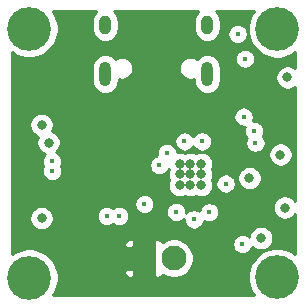
<source format=gbr>
%TF.GenerationSoftware,KiCad,Pcbnew,(5.1.7-0-10_14)*%
%TF.CreationDate,2020-10-21T07:28:03+08:00*%
%TF.ProjectId,STUSB4500_Breakout,53545553-4234-4353-9030-5f427265616b,rev?*%
%TF.SameCoordinates,Original*%
%TF.FileFunction,Copper,L3,Inr*%
%TF.FilePolarity,Positive*%
%FSLAX46Y46*%
G04 Gerber Fmt 4.6, Leading zero omitted, Abs format (unit mm)*
G04 Created by KiCad (PCBNEW (5.1.7-0-10_14)) date 2020-10-21 07:28:03*
%MOMM*%
%LPD*%
G01*
G04 APERTURE LIST*
%TA.AperFunction,ComponentPad*%
%ADD10O,1.000000X2.100000*%
%TD*%
%TA.AperFunction,ComponentPad*%
%ADD11O,1.000000X1.600000*%
%TD*%
%TA.AperFunction,ComponentPad*%
%ADD12C,3.700000*%
%TD*%
%TA.AperFunction,ComponentPad*%
%ADD13R,2.100000X2.100000*%
%TD*%
%TA.AperFunction,ComponentPad*%
%ADD14C,2.100000*%
%TD*%
%TA.AperFunction,ViaPad*%
%ADD15C,0.800000*%
%TD*%
%TA.AperFunction,ViaPad*%
%ADD16C,0.450000*%
%TD*%
%TA.AperFunction,Conductor*%
%ADD17C,0.254000*%
%TD*%
%TA.AperFunction,Conductor*%
%ADD18C,0.100000*%
%TD*%
G04 APERTURE END LIST*
D10*
%TO.N,GND*%
%TO.C,J1*%
X126020000Y-42505000D03*
X117380000Y-42505000D03*
D11*
X126020000Y-38325000D03*
X117380000Y-38325000D03*
%TD*%
D12*
%TO.N,GND*%
%TO.C,H4*%
X131960000Y-59700000D03*
%TD*%
%TO.N,GND*%
%TO.C,H3*%
X110960000Y-59750000D03*
%TD*%
%TO.N,GND*%
%TO.C,H2*%
X131960000Y-38700000D03*
%TD*%
%TO.N,GND*%
%TO.C,H1*%
X110950000Y-38650000D03*
%TD*%
D13*
%TO.N,VSNK*%
%TO.C,J4*%
X120660000Y-58100000D03*
D14*
%TO.N,GND*%
X123200000Y-58100000D03*
%TD*%
D15*
%TO.N,VSNK*%
X119800000Y-47600000D03*
X119000000Y-47600000D03*
X120600000Y-47600000D03*
X120600000Y-48400000D03*
X119800000Y-48400000D03*
X119000000Y-48400000D03*
X119000000Y-49200000D03*
X119800000Y-49200000D03*
X120600000Y-49200000D03*
X121400000Y-47600000D03*
X118200000Y-47600000D03*
X111600000Y-44500000D03*
%TO.N,GND*%
X123700000Y-50100000D03*
X124600000Y-50100000D03*
X125500000Y-50100000D03*
X123700000Y-51000000D03*
X124600000Y-51000000D03*
X125500000Y-51000000D03*
X124600000Y-51900000D03*
X125500000Y-51900000D03*
X123700000Y-51900000D03*
X112000000Y-46799994D03*
X132600000Y-53800006D03*
X129600000Y-51300000D03*
X112000000Y-54700000D03*
%TO.N,VCC*%
X130599999Y-56400001D03*
X132223078Y-49323080D03*
X112600000Y-48299996D03*
X132812500Y-42787506D03*
D16*
%TO.N,CC1*%
X125600000Y-48200000D03*
X129225010Y-41200000D03*
%TO.N,CC2*%
X124100000Y-48200000D03*
X128600004Y-39100000D03*
%TO.N,SDA*%
X121966939Y-50224990D03*
X112899992Y-49900000D03*
X130110208Y-48310210D03*
%TO.N,SCL*%
X122600000Y-49200000D03*
X129974990Y-47300000D03*
X112900000Y-50700000D03*
%TO.N,ATTACH*%
X120700000Y-53499998D03*
%TO.N,ALERT*%
X129000000Y-56900000D03*
%TO.N,GPIO*%
X124900014Y-54800000D03*
%TO.N,Net-(R8-Pad1)*%
X126200000Y-54199996D03*
X129100000Y-46100000D03*
%TO.N,PDO3*%
X123400000Y-54174990D03*
X117513022Y-54528478D03*
%TO.N,PDO2*%
X127585011Y-51772511D03*
X118570172Y-54501461D03*
%TD*%
D17*
%TO.N,VSNK*%
X116573552Y-37218551D02*
X116431717Y-37391377D01*
X116326324Y-37588553D01*
X116261423Y-37802501D01*
X116245000Y-37969248D01*
X116245000Y-38680751D01*
X116261423Y-38847498D01*
X116326324Y-39061446D01*
X116431716Y-39258623D01*
X116573551Y-39431449D01*
X116746377Y-39573284D01*
X116943553Y-39678676D01*
X117157501Y-39743577D01*
X117380000Y-39765491D01*
X117602498Y-39743577D01*
X117816446Y-39678676D01*
X118013623Y-39573284D01*
X118186449Y-39431449D01*
X118328284Y-39258623D01*
X118433676Y-39061447D01*
X118498577Y-38847499D01*
X118515000Y-38680752D01*
X118515000Y-37969249D01*
X118498577Y-37802502D01*
X118433676Y-37588554D01*
X118328284Y-37391377D01*
X118186449Y-37218551D01*
X118115105Y-37160000D01*
X125284896Y-37160000D01*
X125213552Y-37218551D01*
X125071717Y-37391377D01*
X124966324Y-37588553D01*
X124901423Y-37802501D01*
X124885000Y-37969248D01*
X124885000Y-38680751D01*
X124901423Y-38847498D01*
X124966324Y-39061446D01*
X125071716Y-39258623D01*
X125213551Y-39431449D01*
X125386377Y-39573284D01*
X125583553Y-39678676D01*
X125797501Y-39743577D01*
X126020000Y-39765491D01*
X126242498Y-39743577D01*
X126456446Y-39678676D01*
X126653623Y-39573284D01*
X126826449Y-39431449D01*
X126968284Y-39258623D01*
X127073676Y-39061447D01*
X127087675Y-39015297D01*
X127740004Y-39015297D01*
X127740004Y-39184703D01*
X127773053Y-39350853D01*
X127837882Y-39507363D01*
X127931999Y-39648218D01*
X128051786Y-39768005D01*
X128192641Y-39862122D01*
X128349151Y-39926951D01*
X128515301Y-39960000D01*
X128684707Y-39960000D01*
X128850857Y-39926951D01*
X129007367Y-39862122D01*
X129148222Y-39768005D01*
X129268009Y-39648218D01*
X129362126Y-39507363D01*
X129426955Y-39350853D01*
X129460004Y-39184703D01*
X129460004Y-39015297D01*
X129426955Y-38849147D01*
X129362126Y-38692637D01*
X129268009Y-38551782D01*
X129148222Y-38431995D01*
X129007367Y-38337878D01*
X128850857Y-38273049D01*
X128684707Y-38240000D01*
X128515301Y-38240000D01*
X128349151Y-38273049D01*
X128192641Y-38337878D01*
X128051786Y-38431995D01*
X127931999Y-38551782D01*
X127837882Y-38692637D01*
X127773053Y-38849147D01*
X127740004Y-39015297D01*
X127087675Y-39015297D01*
X127138577Y-38847499D01*
X127155000Y-38680752D01*
X127155000Y-37969249D01*
X127138577Y-37802502D01*
X127073676Y-37588554D01*
X126968284Y-37391377D01*
X126826449Y-37218551D01*
X126755105Y-37160000D01*
X130000311Y-37160000D01*
X129757821Y-37522911D01*
X129570497Y-37975152D01*
X129475000Y-38455249D01*
X129475000Y-38944751D01*
X129570497Y-39424848D01*
X129757821Y-39877089D01*
X130029774Y-40284095D01*
X130375905Y-40630226D01*
X130782911Y-40902179D01*
X131235152Y-41089503D01*
X131715249Y-41185000D01*
X132204751Y-41185000D01*
X132684848Y-41089503D01*
X133137089Y-40902179D01*
X133500000Y-40659689D01*
X133500000Y-42011295D01*
X133472274Y-41983569D01*
X133302756Y-41870301D01*
X133114398Y-41792280D01*
X132914439Y-41752506D01*
X132710561Y-41752506D01*
X132510602Y-41792280D01*
X132322244Y-41870301D01*
X132152726Y-41983569D01*
X132008563Y-42127732D01*
X131895295Y-42297250D01*
X131817274Y-42485608D01*
X131777500Y-42685567D01*
X131777500Y-42889445D01*
X131817274Y-43089404D01*
X131895295Y-43277762D01*
X132008563Y-43447280D01*
X132152726Y-43591443D01*
X132322244Y-43704711D01*
X132510602Y-43782732D01*
X132710561Y-43822506D01*
X132914439Y-43822506D01*
X133114398Y-43782732D01*
X133302756Y-43704711D01*
X133472274Y-43591443D01*
X133500000Y-43563717D01*
X133500001Y-53284002D01*
X133403937Y-53140232D01*
X133259774Y-52996069D01*
X133090256Y-52882801D01*
X132901898Y-52804780D01*
X132701939Y-52765006D01*
X132498061Y-52765006D01*
X132298102Y-52804780D01*
X132109744Y-52882801D01*
X131940226Y-52996069D01*
X131796063Y-53140232D01*
X131682795Y-53309750D01*
X131604774Y-53498108D01*
X131565000Y-53698067D01*
X131565000Y-53901945D01*
X131604774Y-54101904D01*
X131682795Y-54290262D01*
X131796063Y-54459780D01*
X131940226Y-54603943D01*
X132109744Y-54717211D01*
X132298102Y-54795232D01*
X132498061Y-54835006D01*
X132701939Y-54835006D01*
X132901898Y-54795232D01*
X133090256Y-54717211D01*
X133259774Y-54603943D01*
X133403937Y-54459780D01*
X133500001Y-54316010D01*
X133500001Y-57740311D01*
X133137089Y-57497821D01*
X132684848Y-57310497D01*
X132204751Y-57215000D01*
X131715249Y-57215000D01*
X131235152Y-57310497D01*
X130782911Y-57497821D01*
X130375905Y-57769774D01*
X130029774Y-58115905D01*
X129757821Y-58522911D01*
X129570497Y-58975152D01*
X129475000Y-59455249D01*
X129475000Y-59944751D01*
X129570497Y-60424848D01*
X129757821Y-60877089D01*
X130000311Y-61240000D01*
X112953098Y-61240000D01*
X113162179Y-60927089D01*
X113349503Y-60474848D01*
X113445000Y-59994751D01*
X113445000Y-59505249D01*
X113374337Y-59150000D01*
X118971928Y-59150000D01*
X118984188Y-59274482D01*
X119020498Y-59394180D01*
X119079463Y-59504494D01*
X119158815Y-59601185D01*
X119255506Y-59680537D01*
X119365820Y-59739502D01*
X119485518Y-59775812D01*
X119610000Y-59788072D01*
X119628250Y-59785000D01*
X119787000Y-59626250D01*
X119787000Y-58973000D01*
X119133750Y-58973000D01*
X118975000Y-59131750D01*
X118971928Y-59150000D01*
X113374337Y-59150000D01*
X113349503Y-59025152D01*
X113162179Y-58572911D01*
X112890226Y-58165905D01*
X112658363Y-57934042D01*
X121515000Y-57934042D01*
X121515000Y-58265958D01*
X121553000Y-58456996D01*
X121553000Y-58973000D01*
X121533000Y-58973000D01*
X121533000Y-59626250D01*
X121691750Y-59785000D01*
X121710000Y-59788072D01*
X121834482Y-59775812D01*
X121954180Y-59739502D01*
X122064494Y-59680537D01*
X122161185Y-59601185D01*
X122240537Y-59504494D01*
X122248042Y-59490454D01*
X122401853Y-59593228D01*
X122708504Y-59720246D01*
X123034042Y-59785000D01*
X123365958Y-59785000D01*
X123691496Y-59720246D01*
X123998147Y-59593228D01*
X124274125Y-59408825D01*
X124508825Y-59174125D01*
X124693228Y-58898147D01*
X124820246Y-58591496D01*
X124885000Y-58265958D01*
X124885000Y-57934042D01*
X124820246Y-57608504D01*
X124693228Y-57301853D01*
X124508825Y-57025875D01*
X124298247Y-56815297D01*
X128140000Y-56815297D01*
X128140000Y-56984703D01*
X128173049Y-57150853D01*
X128237878Y-57307363D01*
X128331995Y-57448218D01*
X128451782Y-57568005D01*
X128592637Y-57662122D01*
X128749147Y-57726951D01*
X128915297Y-57760000D01*
X129084703Y-57760000D01*
X129250853Y-57726951D01*
X129407363Y-57662122D01*
X129548218Y-57568005D01*
X129668005Y-57448218D01*
X129762122Y-57307363D01*
X129826951Y-57150853D01*
X129836937Y-57100650D01*
X129940225Y-57203938D01*
X130109743Y-57317206D01*
X130298101Y-57395227D01*
X130498060Y-57435001D01*
X130701938Y-57435001D01*
X130901897Y-57395227D01*
X131090255Y-57317206D01*
X131259773Y-57203938D01*
X131403936Y-57059775D01*
X131517204Y-56890257D01*
X131595225Y-56701899D01*
X131634999Y-56501940D01*
X131634999Y-56298062D01*
X131595225Y-56098103D01*
X131517204Y-55909745D01*
X131403936Y-55740227D01*
X131259773Y-55596064D01*
X131090255Y-55482796D01*
X130901897Y-55404775D01*
X130701938Y-55365001D01*
X130498060Y-55365001D01*
X130298101Y-55404775D01*
X130109743Y-55482796D01*
X129940225Y-55596064D01*
X129796062Y-55740227D01*
X129682794Y-55909745D01*
X129604773Y-56098103D01*
X129573176Y-56256953D01*
X129548218Y-56231995D01*
X129407363Y-56137878D01*
X129250853Y-56073049D01*
X129084703Y-56040000D01*
X128915297Y-56040000D01*
X128749147Y-56073049D01*
X128592637Y-56137878D01*
X128451782Y-56231995D01*
X128331995Y-56351782D01*
X128237878Y-56492637D01*
X128173049Y-56649147D01*
X128140000Y-56815297D01*
X124298247Y-56815297D01*
X124274125Y-56791175D01*
X123998147Y-56606772D01*
X123691496Y-56479754D01*
X123365958Y-56415000D01*
X123034042Y-56415000D01*
X122708504Y-56479754D01*
X122401853Y-56606772D01*
X122248042Y-56709546D01*
X122240537Y-56695506D01*
X122161185Y-56598815D01*
X122064494Y-56519463D01*
X121954180Y-56460498D01*
X121834482Y-56424188D01*
X121710000Y-56411928D01*
X121691750Y-56415000D01*
X121533000Y-56573750D01*
X121533000Y-57227000D01*
X121553000Y-57227000D01*
X121553000Y-57743004D01*
X121515000Y-57934042D01*
X112658363Y-57934042D01*
X112544095Y-57819774D01*
X112137089Y-57547821D01*
X111684848Y-57360497D01*
X111204751Y-57265000D01*
X110715249Y-57265000D01*
X110235152Y-57360497D01*
X109782911Y-57547821D01*
X109460000Y-57763583D01*
X109460000Y-57050000D01*
X118971928Y-57050000D01*
X118975000Y-57068250D01*
X119133750Y-57227000D01*
X119787000Y-57227000D01*
X119787000Y-56573750D01*
X119628250Y-56415000D01*
X119610000Y-56411928D01*
X119485518Y-56424188D01*
X119365820Y-56460498D01*
X119255506Y-56519463D01*
X119158815Y-56598815D01*
X119079463Y-56695506D01*
X119020498Y-56805820D01*
X118984188Y-56925518D01*
X118971928Y-57050000D01*
X109460000Y-57050000D01*
X109460000Y-54598061D01*
X110965000Y-54598061D01*
X110965000Y-54801939D01*
X111004774Y-55001898D01*
X111082795Y-55190256D01*
X111196063Y-55359774D01*
X111340226Y-55503937D01*
X111509744Y-55617205D01*
X111698102Y-55695226D01*
X111898061Y-55735000D01*
X112101939Y-55735000D01*
X112301898Y-55695226D01*
X112490256Y-55617205D01*
X112659774Y-55503937D01*
X112803937Y-55359774D01*
X112917205Y-55190256D01*
X112995226Y-55001898D01*
X113035000Y-54801939D01*
X113035000Y-54598061D01*
X113004311Y-54443775D01*
X116653022Y-54443775D01*
X116653022Y-54613181D01*
X116686071Y-54779331D01*
X116750900Y-54935841D01*
X116845017Y-55076696D01*
X116964804Y-55196483D01*
X117105659Y-55290600D01*
X117262169Y-55355429D01*
X117428319Y-55388478D01*
X117597725Y-55388478D01*
X117763875Y-55355429D01*
X117920385Y-55290600D01*
X118061240Y-55196483D01*
X118061700Y-55196023D01*
X118162809Y-55263583D01*
X118319319Y-55328412D01*
X118485469Y-55361461D01*
X118654875Y-55361461D01*
X118821025Y-55328412D01*
X118977535Y-55263583D01*
X119118390Y-55169466D01*
X119238177Y-55049679D01*
X119332294Y-54908824D01*
X119397123Y-54752314D01*
X119430172Y-54586164D01*
X119430172Y-54416758D01*
X119397123Y-54250608D01*
X119332294Y-54094098D01*
X119238177Y-53953243D01*
X119118390Y-53833456D01*
X118977535Y-53739339D01*
X118821025Y-53674510D01*
X118654875Y-53641461D01*
X118485469Y-53641461D01*
X118319319Y-53674510D01*
X118162809Y-53739339D01*
X118021954Y-53833456D01*
X118021494Y-53833916D01*
X117920385Y-53766356D01*
X117763875Y-53701527D01*
X117597725Y-53668478D01*
X117428319Y-53668478D01*
X117262169Y-53701527D01*
X117105659Y-53766356D01*
X116964804Y-53860473D01*
X116845017Y-53980260D01*
X116750900Y-54121115D01*
X116686071Y-54277625D01*
X116653022Y-54443775D01*
X113004311Y-54443775D01*
X112995226Y-54398102D01*
X112917205Y-54209744D01*
X112803937Y-54040226D01*
X112659774Y-53896063D01*
X112490256Y-53782795D01*
X112301898Y-53704774D01*
X112101939Y-53665000D01*
X111898061Y-53665000D01*
X111698102Y-53704774D01*
X111509744Y-53782795D01*
X111340226Y-53896063D01*
X111196063Y-54040226D01*
X111082795Y-54209744D01*
X111004774Y-54398102D01*
X110965000Y-54598061D01*
X109460000Y-54598061D01*
X109460000Y-53415295D01*
X119840000Y-53415295D01*
X119840000Y-53584701D01*
X119873049Y-53750851D01*
X119937878Y-53907361D01*
X120031995Y-54048216D01*
X120151782Y-54168003D01*
X120292637Y-54262120D01*
X120449147Y-54326949D01*
X120615297Y-54359998D01*
X120784703Y-54359998D01*
X120950853Y-54326949D01*
X121107363Y-54262120D01*
X121248218Y-54168003D01*
X121325934Y-54090287D01*
X122540000Y-54090287D01*
X122540000Y-54259693D01*
X122573049Y-54425843D01*
X122637878Y-54582353D01*
X122731995Y-54723208D01*
X122851782Y-54842995D01*
X122992637Y-54937112D01*
X123149147Y-55001941D01*
X123315297Y-55034990D01*
X123484703Y-55034990D01*
X123650853Y-55001941D01*
X123807363Y-54937112D01*
X123948218Y-54842995D01*
X124040014Y-54751199D01*
X124040014Y-54884703D01*
X124073063Y-55050853D01*
X124137892Y-55207363D01*
X124232009Y-55348218D01*
X124351796Y-55468005D01*
X124492651Y-55562122D01*
X124649161Y-55626951D01*
X124815311Y-55660000D01*
X124984717Y-55660000D01*
X125150867Y-55626951D01*
X125307377Y-55562122D01*
X125448232Y-55468005D01*
X125568019Y-55348218D01*
X125662136Y-55207363D01*
X125726965Y-55050853D01*
X125750249Y-54933795D01*
X125792637Y-54962118D01*
X125949147Y-55026947D01*
X126115297Y-55059996D01*
X126284703Y-55059996D01*
X126450853Y-55026947D01*
X126607363Y-54962118D01*
X126748218Y-54868001D01*
X126868005Y-54748214D01*
X126962122Y-54607359D01*
X127026951Y-54450849D01*
X127060000Y-54284699D01*
X127060000Y-54115293D01*
X127026951Y-53949143D01*
X126962122Y-53792633D01*
X126868005Y-53651778D01*
X126748218Y-53531991D01*
X126607363Y-53437874D01*
X126450853Y-53373045D01*
X126284703Y-53339996D01*
X126115297Y-53339996D01*
X125949147Y-53373045D01*
X125792637Y-53437874D01*
X125651782Y-53531991D01*
X125531995Y-53651778D01*
X125437878Y-53792633D01*
X125373049Y-53949143D01*
X125349765Y-54066201D01*
X125307377Y-54037878D01*
X125150867Y-53973049D01*
X124984717Y-53940000D01*
X124815311Y-53940000D01*
X124649161Y-53973049D01*
X124492651Y-54037878D01*
X124351796Y-54131995D01*
X124260000Y-54223791D01*
X124260000Y-54090287D01*
X124226951Y-53924137D01*
X124162122Y-53767627D01*
X124068005Y-53626772D01*
X123948218Y-53506985D01*
X123807363Y-53412868D01*
X123650853Y-53348039D01*
X123484703Y-53314990D01*
X123315297Y-53314990D01*
X123149147Y-53348039D01*
X122992637Y-53412868D01*
X122851782Y-53506985D01*
X122731995Y-53626772D01*
X122637878Y-53767627D01*
X122573049Y-53924137D01*
X122540000Y-54090287D01*
X121325934Y-54090287D01*
X121368005Y-54048216D01*
X121462122Y-53907361D01*
X121526951Y-53750851D01*
X121560000Y-53584701D01*
X121560000Y-53415295D01*
X121526951Y-53249145D01*
X121462122Y-53092635D01*
X121368005Y-52951780D01*
X121248218Y-52831993D01*
X121107363Y-52737876D01*
X120950853Y-52673047D01*
X120784703Y-52639998D01*
X120615297Y-52639998D01*
X120449147Y-52673047D01*
X120292637Y-52737876D01*
X120151782Y-52831993D01*
X120031995Y-52951780D01*
X119937878Y-53092635D01*
X119873049Y-53249145D01*
X119840000Y-53415295D01*
X109460000Y-53415295D01*
X109460000Y-46698055D01*
X110965000Y-46698055D01*
X110965000Y-46901933D01*
X111004774Y-47101892D01*
X111082795Y-47290250D01*
X111196063Y-47459768D01*
X111340226Y-47603931D01*
X111509744Y-47717199D01*
X111693712Y-47793402D01*
X111682795Y-47809740D01*
X111604774Y-47998098D01*
X111565000Y-48198057D01*
X111565000Y-48401935D01*
X111604774Y-48601894D01*
X111682795Y-48790252D01*
X111796063Y-48959770D01*
X111940226Y-49103933D01*
X112109744Y-49217201D01*
X112291346Y-49292423D01*
X112231987Y-49351782D01*
X112137870Y-49492637D01*
X112073041Y-49649147D01*
X112039992Y-49815297D01*
X112039992Y-49984703D01*
X112073041Y-50150853D01*
X112134824Y-50300010D01*
X112073049Y-50449147D01*
X112040000Y-50615297D01*
X112040000Y-50784703D01*
X112073049Y-50950853D01*
X112137878Y-51107363D01*
X112231995Y-51248218D01*
X112351782Y-51368005D01*
X112492637Y-51462122D01*
X112649147Y-51526951D01*
X112815297Y-51560000D01*
X112984703Y-51560000D01*
X113150853Y-51526951D01*
X113307363Y-51462122D01*
X113448218Y-51368005D01*
X113568005Y-51248218D01*
X113662122Y-51107363D01*
X113726951Y-50950853D01*
X113760000Y-50784703D01*
X113760000Y-50615297D01*
X113726951Y-50449147D01*
X113665168Y-50299990D01*
X113726943Y-50150853D01*
X113729044Y-50140287D01*
X121106939Y-50140287D01*
X121106939Y-50309693D01*
X121139988Y-50475843D01*
X121204817Y-50632353D01*
X121298934Y-50773208D01*
X121418721Y-50892995D01*
X121559576Y-50987112D01*
X121716086Y-51051941D01*
X121882236Y-51084990D01*
X122051642Y-51084990D01*
X122217792Y-51051941D01*
X122374302Y-50987112D01*
X122515157Y-50892995D01*
X122634944Y-50773208D01*
X122729061Y-50632353D01*
X122764647Y-50546442D01*
X122766120Y-50550000D01*
X122704774Y-50698102D01*
X122665000Y-50898061D01*
X122665000Y-51101939D01*
X122704774Y-51301898D01*
X122766120Y-51450000D01*
X122704774Y-51598102D01*
X122665000Y-51798061D01*
X122665000Y-52001939D01*
X122704774Y-52201898D01*
X122782795Y-52390256D01*
X122896063Y-52559774D01*
X123040226Y-52703937D01*
X123209744Y-52817205D01*
X123398102Y-52895226D01*
X123598061Y-52935000D01*
X123801939Y-52935000D01*
X124001898Y-52895226D01*
X124150000Y-52833880D01*
X124298102Y-52895226D01*
X124498061Y-52935000D01*
X124701939Y-52935000D01*
X124901898Y-52895226D01*
X125050000Y-52833880D01*
X125198102Y-52895226D01*
X125398061Y-52935000D01*
X125601939Y-52935000D01*
X125801898Y-52895226D01*
X125990256Y-52817205D01*
X126159774Y-52703937D01*
X126303937Y-52559774D01*
X126417205Y-52390256D01*
X126495226Y-52201898D01*
X126535000Y-52001939D01*
X126535000Y-51798061D01*
X126513070Y-51687808D01*
X126725011Y-51687808D01*
X126725011Y-51857214D01*
X126758060Y-52023364D01*
X126822889Y-52179874D01*
X126917006Y-52320729D01*
X127036793Y-52440516D01*
X127177648Y-52534633D01*
X127334158Y-52599462D01*
X127500308Y-52632511D01*
X127669714Y-52632511D01*
X127835864Y-52599462D01*
X127992374Y-52534633D01*
X128133229Y-52440516D01*
X128253016Y-52320729D01*
X128347133Y-52179874D01*
X128411962Y-52023364D01*
X128445011Y-51857214D01*
X128445011Y-51687808D01*
X128411962Y-51521658D01*
X128347133Y-51365148D01*
X128253016Y-51224293D01*
X128226784Y-51198061D01*
X128565000Y-51198061D01*
X128565000Y-51401939D01*
X128604774Y-51601898D01*
X128682795Y-51790256D01*
X128796063Y-51959774D01*
X128940226Y-52103937D01*
X129109744Y-52217205D01*
X129298102Y-52295226D01*
X129498061Y-52335000D01*
X129701939Y-52335000D01*
X129901898Y-52295226D01*
X130090256Y-52217205D01*
X130259774Y-52103937D01*
X130403937Y-51959774D01*
X130517205Y-51790256D01*
X130595226Y-51601898D01*
X130635000Y-51401939D01*
X130635000Y-51198061D01*
X130595226Y-50998102D01*
X130517205Y-50809744D01*
X130403937Y-50640226D01*
X130259774Y-50496063D01*
X130090256Y-50382795D01*
X129901898Y-50304774D01*
X129701939Y-50265000D01*
X129498061Y-50265000D01*
X129298102Y-50304774D01*
X129109744Y-50382795D01*
X128940226Y-50496063D01*
X128796063Y-50640226D01*
X128682795Y-50809744D01*
X128604774Y-50998102D01*
X128565000Y-51198061D01*
X128226784Y-51198061D01*
X128133229Y-51104506D01*
X127992374Y-51010389D01*
X127835864Y-50945560D01*
X127669714Y-50912511D01*
X127500308Y-50912511D01*
X127334158Y-50945560D01*
X127177648Y-51010389D01*
X127036793Y-51104506D01*
X126917006Y-51224293D01*
X126822889Y-51365148D01*
X126758060Y-51521658D01*
X126725011Y-51687808D01*
X126513070Y-51687808D01*
X126495226Y-51598102D01*
X126433880Y-51450000D01*
X126495226Y-51301898D01*
X126535000Y-51101939D01*
X126535000Y-50898061D01*
X126495226Y-50698102D01*
X126433880Y-50550000D01*
X126495226Y-50401898D01*
X126535000Y-50201939D01*
X126535000Y-49998061D01*
X126495226Y-49798102D01*
X126417205Y-49609744D01*
X126303937Y-49440226D01*
X126159774Y-49296063D01*
X126047645Y-49221141D01*
X131188078Y-49221141D01*
X131188078Y-49425019D01*
X131227852Y-49624978D01*
X131305873Y-49813336D01*
X131419141Y-49982854D01*
X131563304Y-50127017D01*
X131732822Y-50240285D01*
X131921180Y-50318306D01*
X132121139Y-50358080D01*
X132325017Y-50358080D01*
X132524976Y-50318306D01*
X132713334Y-50240285D01*
X132882852Y-50127017D01*
X133027015Y-49982854D01*
X133140283Y-49813336D01*
X133218304Y-49624978D01*
X133258078Y-49425019D01*
X133258078Y-49221141D01*
X133218304Y-49021182D01*
X133140283Y-48832824D01*
X133027015Y-48663306D01*
X132882852Y-48519143D01*
X132713334Y-48405875D01*
X132524976Y-48327854D01*
X132325017Y-48288080D01*
X132121139Y-48288080D01*
X131921180Y-48327854D01*
X131732822Y-48405875D01*
X131563304Y-48519143D01*
X131419141Y-48663306D01*
X131305873Y-48832824D01*
X131227852Y-49021182D01*
X131188078Y-49221141D01*
X126047645Y-49221141D01*
X125990256Y-49182795D01*
X125801898Y-49104774D01*
X125601939Y-49065000D01*
X125398061Y-49065000D01*
X125198102Y-49104774D01*
X125050000Y-49166120D01*
X124901898Y-49104774D01*
X124701939Y-49065000D01*
X124498061Y-49065000D01*
X124298102Y-49104774D01*
X124150000Y-49166120D01*
X124001898Y-49104774D01*
X123801939Y-49065000D01*
X123598061Y-49065000D01*
X123455631Y-49093331D01*
X123426951Y-48949147D01*
X123362122Y-48792637D01*
X123268005Y-48651782D01*
X123148218Y-48531995D01*
X123007363Y-48437878D01*
X122850853Y-48373049D01*
X122684703Y-48340000D01*
X122515297Y-48340000D01*
X122349147Y-48373049D01*
X122192637Y-48437878D01*
X122051782Y-48531995D01*
X121931995Y-48651782D01*
X121837878Y-48792637D01*
X121773049Y-48949147D01*
X121740000Y-49115297D01*
X121740000Y-49284703D01*
X121760776Y-49389150D01*
X121716086Y-49398039D01*
X121559576Y-49462868D01*
X121418721Y-49556985D01*
X121298934Y-49676772D01*
X121204817Y-49817627D01*
X121139988Y-49974137D01*
X121106939Y-50140287D01*
X113729044Y-50140287D01*
X113759992Y-49984703D01*
X113759992Y-49815297D01*
X113726943Y-49649147D01*
X113662114Y-49492637D01*
X113567997Y-49351782D01*
X113448210Y-49231995D01*
X113307355Y-49137878D01*
X113246622Y-49112721D01*
X113259774Y-49103933D01*
X113403937Y-48959770D01*
X113517205Y-48790252D01*
X113595226Y-48601894D01*
X113635000Y-48401935D01*
X113635000Y-48198057D01*
X113618539Y-48115297D01*
X123240000Y-48115297D01*
X123240000Y-48284703D01*
X123273049Y-48450853D01*
X123337878Y-48607363D01*
X123431995Y-48748218D01*
X123551782Y-48868005D01*
X123692637Y-48962122D01*
X123849147Y-49026951D01*
X124015297Y-49060000D01*
X124184703Y-49060000D01*
X124350853Y-49026951D01*
X124507363Y-48962122D01*
X124648218Y-48868005D01*
X124768005Y-48748218D01*
X124850000Y-48625505D01*
X124931995Y-48748218D01*
X125051782Y-48868005D01*
X125192637Y-48962122D01*
X125349147Y-49026951D01*
X125515297Y-49060000D01*
X125684703Y-49060000D01*
X125850853Y-49026951D01*
X126007363Y-48962122D01*
X126148218Y-48868005D01*
X126268005Y-48748218D01*
X126362122Y-48607363D01*
X126426951Y-48450853D01*
X126460000Y-48284703D01*
X126460000Y-48115297D01*
X126426951Y-47949147D01*
X126362122Y-47792637D01*
X126268005Y-47651782D01*
X126148218Y-47531995D01*
X126007363Y-47437878D01*
X125850853Y-47373049D01*
X125684703Y-47340000D01*
X125515297Y-47340000D01*
X125349147Y-47373049D01*
X125192637Y-47437878D01*
X125051782Y-47531995D01*
X124931995Y-47651782D01*
X124850000Y-47774495D01*
X124768005Y-47651782D01*
X124648218Y-47531995D01*
X124507363Y-47437878D01*
X124350853Y-47373049D01*
X124184703Y-47340000D01*
X124015297Y-47340000D01*
X123849147Y-47373049D01*
X123692637Y-47437878D01*
X123551782Y-47531995D01*
X123431995Y-47651782D01*
X123337878Y-47792637D01*
X123273049Y-47949147D01*
X123240000Y-48115297D01*
X113618539Y-48115297D01*
X113595226Y-47998098D01*
X113517205Y-47809740D01*
X113403937Y-47640222D01*
X113259774Y-47496059D01*
X113090256Y-47382791D01*
X112906288Y-47306588D01*
X112917205Y-47290250D01*
X112995226Y-47101892D01*
X113035000Y-46901933D01*
X113035000Y-46698055D01*
X112995226Y-46498096D01*
X112917205Y-46309738D01*
X112803937Y-46140220D01*
X112679014Y-46015297D01*
X128240000Y-46015297D01*
X128240000Y-46184703D01*
X128273049Y-46350853D01*
X128337878Y-46507363D01*
X128431995Y-46648218D01*
X128551782Y-46768005D01*
X128692637Y-46862122D01*
X128849147Y-46926951D01*
X129015297Y-46960000D01*
X129184703Y-46960000D01*
X129184989Y-46959943D01*
X129148039Y-47049147D01*
X129114990Y-47215297D01*
X129114990Y-47384703D01*
X129148039Y-47550853D01*
X129212868Y-47707363D01*
X129306985Y-47848218D01*
X129353505Y-47894738D01*
X129348086Y-47902847D01*
X129283257Y-48059357D01*
X129250208Y-48225507D01*
X129250208Y-48394913D01*
X129283257Y-48561063D01*
X129348086Y-48717573D01*
X129442203Y-48858428D01*
X129561990Y-48978215D01*
X129702845Y-49072332D01*
X129859355Y-49137161D01*
X130025505Y-49170210D01*
X130194911Y-49170210D01*
X130361061Y-49137161D01*
X130517571Y-49072332D01*
X130658426Y-48978215D01*
X130778213Y-48858428D01*
X130872330Y-48717573D01*
X130937159Y-48561063D01*
X130970208Y-48394913D01*
X130970208Y-48225507D01*
X130937159Y-48059357D01*
X130872330Y-47902847D01*
X130778213Y-47761992D01*
X130731693Y-47715472D01*
X130737112Y-47707363D01*
X130801941Y-47550853D01*
X130834990Y-47384703D01*
X130834990Y-47215297D01*
X130801941Y-47049147D01*
X130737112Y-46892637D01*
X130642995Y-46751782D01*
X130523208Y-46631995D01*
X130382353Y-46537878D01*
X130225843Y-46473049D01*
X130059693Y-46440000D01*
X129890287Y-46440000D01*
X129890001Y-46440057D01*
X129926951Y-46350853D01*
X129960000Y-46184703D01*
X129960000Y-46015297D01*
X129926951Y-45849147D01*
X129862122Y-45692637D01*
X129768005Y-45551782D01*
X129648218Y-45431995D01*
X129507363Y-45337878D01*
X129350853Y-45273049D01*
X129184703Y-45240000D01*
X129015297Y-45240000D01*
X128849147Y-45273049D01*
X128692637Y-45337878D01*
X128551782Y-45431995D01*
X128431995Y-45551782D01*
X128337878Y-45692637D01*
X128273049Y-45849147D01*
X128240000Y-46015297D01*
X112679014Y-46015297D01*
X112659774Y-45996057D01*
X112490256Y-45882789D01*
X112301898Y-45804768D01*
X112101939Y-45764994D01*
X111898061Y-45764994D01*
X111698102Y-45804768D01*
X111509744Y-45882789D01*
X111340226Y-45996057D01*
X111196063Y-46140220D01*
X111082795Y-46309738D01*
X111004774Y-46498096D01*
X110965000Y-46698055D01*
X109460000Y-46698055D01*
X109460000Y-41899248D01*
X116245000Y-41899248D01*
X116245000Y-43110751D01*
X116261423Y-43277498D01*
X116326324Y-43491446D01*
X116431716Y-43688623D01*
X116573551Y-43861449D01*
X116746377Y-44003284D01*
X116943553Y-44108676D01*
X117157501Y-44173577D01*
X117380000Y-44195491D01*
X117602498Y-44173577D01*
X117816446Y-44108676D01*
X118013623Y-44003284D01*
X118186449Y-43861449D01*
X118328284Y-43688623D01*
X118433676Y-43491447D01*
X118498577Y-43277499D01*
X118515000Y-43110752D01*
X118515000Y-42921904D01*
X118529978Y-42928108D01*
X118715448Y-42965000D01*
X118904552Y-42965000D01*
X119090022Y-42928108D01*
X119264731Y-42855741D01*
X119421964Y-42750681D01*
X119555681Y-42616964D01*
X119660741Y-42459731D01*
X119733108Y-42285022D01*
X119770000Y-42099552D01*
X119770000Y-41910448D01*
X123630000Y-41910448D01*
X123630000Y-42099552D01*
X123666892Y-42285022D01*
X123739259Y-42459731D01*
X123844319Y-42616964D01*
X123978036Y-42750681D01*
X124135269Y-42855741D01*
X124309978Y-42928108D01*
X124495448Y-42965000D01*
X124684552Y-42965000D01*
X124870022Y-42928108D01*
X124885000Y-42921904D01*
X124885000Y-43110751D01*
X124901423Y-43277498D01*
X124966324Y-43491446D01*
X125071716Y-43688623D01*
X125213551Y-43861449D01*
X125386377Y-44003284D01*
X125583553Y-44108676D01*
X125797501Y-44173577D01*
X126020000Y-44195491D01*
X126242498Y-44173577D01*
X126456446Y-44108676D01*
X126653623Y-44003284D01*
X126826449Y-43861449D01*
X126968284Y-43688623D01*
X127073676Y-43491447D01*
X127138577Y-43277499D01*
X127155000Y-43110752D01*
X127155000Y-41899248D01*
X127138577Y-41732501D01*
X127073676Y-41518553D01*
X126968284Y-41321377D01*
X126826449Y-41148551D01*
X126785929Y-41115297D01*
X128365010Y-41115297D01*
X128365010Y-41284703D01*
X128398059Y-41450853D01*
X128462888Y-41607363D01*
X128557005Y-41748218D01*
X128676792Y-41868005D01*
X128817647Y-41962122D01*
X128974157Y-42026951D01*
X129140307Y-42060000D01*
X129309713Y-42060000D01*
X129475863Y-42026951D01*
X129632373Y-41962122D01*
X129773228Y-41868005D01*
X129893015Y-41748218D01*
X129987132Y-41607363D01*
X130051961Y-41450853D01*
X130085010Y-41284703D01*
X130085010Y-41115297D01*
X130051961Y-40949147D01*
X129987132Y-40792637D01*
X129893015Y-40651782D01*
X129773228Y-40531995D01*
X129632373Y-40437878D01*
X129475863Y-40373049D01*
X129309713Y-40340000D01*
X129140307Y-40340000D01*
X128974157Y-40373049D01*
X128817647Y-40437878D01*
X128676792Y-40531995D01*
X128557005Y-40651782D01*
X128462888Y-40792637D01*
X128398059Y-40949147D01*
X128365010Y-41115297D01*
X126785929Y-41115297D01*
X126653623Y-41006716D01*
X126456447Y-40901324D01*
X126242499Y-40836423D01*
X126020000Y-40814509D01*
X125797502Y-40836423D01*
X125583554Y-40901324D01*
X125386378Y-41006716D01*
X125213552Y-41148551D01*
X125150738Y-41225090D01*
X125044731Y-41154259D01*
X124870022Y-41081892D01*
X124684552Y-41045000D01*
X124495448Y-41045000D01*
X124309978Y-41081892D01*
X124135269Y-41154259D01*
X123978036Y-41259319D01*
X123844319Y-41393036D01*
X123739259Y-41550269D01*
X123666892Y-41724978D01*
X123630000Y-41910448D01*
X119770000Y-41910448D01*
X119733108Y-41724978D01*
X119660741Y-41550269D01*
X119555681Y-41393036D01*
X119421964Y-41259319D01*
X119264731Y-41154259D01*
X119090022Y-41081892D01*
X118904552Y-41045000D01*
X118715448Y-41045000D01*
X118529978Y-41081892D01*
X118355269Y-41154259D01*
X118249263Y-41225090D01*
X118186449Y-41148551D01*
X118013623Y-41006716D01*
X117816447Y-40901324D01*
X117602499Y-40836423D01*
X117380000Y-40814509D01*
X117157502Y-40836423D01*
X116943554Y-40901324D01*
X116746378Y-41006716D01*
X116573552Y-41148551D01*
X116431717Y-41321377D01*
X116326324Y-41518553D01*
X116261423Y-41732501D01*
X116245000Y-41899248D01*
X109460000Y-41899248D01*
X109460000Y-40643098D01*
X109772911Y-40852179D01*
X110225152Y-41039503D01*
X110705249Y-41135000D01*
X111194751Y-41135000D01*
X111674848Y-41039503D01*
X112127089Y-40852179D01*
X112534095Y-40580226D01*
X112880226Y-40234095D01*
X113152179Y-39827089D01*
X113339503Y-39374848D01*
X113435000Y-38894751D01*
X113435000Y-38405249D01*
X113339503Y-37925152D01*
X113152179Y-37472911D01*
X112943098Y-37160000D01*
X116644896Y-37160000D01*
X116573552Y-37218551D01*
%TA.AperFunction,Conductor*%
D18*
G36*
X116573552Y-37218551D02*
G01*
X116431717Y-37391377D01*
X116326324Y-37588553D01*
X116261423Y-37802501D01*
X116245000Y-37969248D01*
X116245000Y-38680751D01*
X116261423Y-38847498D01*
X116326324Y-39061446D01*
X116431716Y-39258623D01*
X116573551Y-39431449D01*
X116746377Y-39573284D01*
X116943553Y-39678676D01*
X117157501Y-39743577D01*
X117380000Y-39765491D01*
X117602498Y-39743577D01*
X117816446Y-39678676D01*
X118013623Y-39573284D01*
X118186449Y-39431449D01*
X118328284Y-39258623D01*
X118433676Y-39061447D01*
X118498577Y-38847499D01*
X118515000Y-38680752D01*
X118515000Y-37969249D01*
X118498577Y-37802502D01*
X118433676Y-37588554D01*
X118328284Y-37391377D01*
X118186449Y-37218551D01*
X118115105Y-37160000D01*
X125284896Y-37160000D01*
X125213552Y-37218551D01*
X125071717Y-37391377D01*
X124966324Y-37588553D01*
X124901423Y-37802501D01*
X124885000Y-37969248D01*
X124885000Y-38680751D01*
X124901423Y-38847498D01*
X124966324Y-39061446D01*
X125071716Y-39258623D01*
X125213551Y-39431449D01*
X125386377Y-39573284D01*
X125583553Y-39678676D01*
X125797501Y-39743577D01*
X126020000Y-39765491D01*
X126242498Y-39743577D01*
X126456446Y-39678676D01*
X126653623Y-39573284D01*
X126826449Y-39431449D01*
X126968284Y-39258623D01*
X127073676Y-39061447D01*
X127087675Y-39015297D01*
X127740004Y-39015297D01*
X127740004Y-39184703D01*
X127773053Y-39350853D01*
X127837882Y-39507363D01*
X127931999Y-39648218D01*
X128051786Y-39768005D01*
X128192641Y-39862122D01*
X128349151Y-39926951D01*
X128515301Y-39960000D01*
X128684707Y-39960000D01*
X128850857Y-39926951D01*
X129007367Y-39862122D01*
X129148222Y-39768005D01*
X129268009Y-39648218D01*
X129362126Y-39507363D01*
X129426955Y-39350853D01*
X129460004Y-39184703D01*
X129460004Y-39015297D01*
X129426955Y-38849147D01*
X129362126Y-38692637D01*
X129268009Y-38551782D01*
X129148222Y-38431995D01*
X129007367Y-38337878D01*
X128850857Y-38273049D01*
X128684707Y-38240000D01*
X128515301Y-38240000D01*
X128349151Y-38273049D01*
X128192641Y-38337878D01*
X128051786Y-38431995D01*
X127931999Y-38551782D01*
X127837882Y-38692637D01*
X127773053Y-38849147D01*
X127740004Y-39015297D01*
X127087675Y-39015297D01*
X127138577Y-38847499D01*
X127155000Y-38680752D01*
X127155000Y-37969249D01*
X127138577Y-37802502D01*
X127073676Y-37588554D01*
X126968284Y-37391377D01*
X126826449Y-37218551D01*
X126755105Y-37160000D01*
X130000311Y-37160000D01*
X129757821Y-37522911D01*
X129570497Y-37975152D01*
X129475000Y-38455249D01*
X129475000Y-38944751D01*
X129570497Y-39424848D01*
X129757821Y-39877089D01*
X130029774Y-40284095D01*
X130375905Y-40630226D01*
X130782911Y-40902179D01*
X131235152Y-41089503D01*
X131715249Y-41185000D01*
X132204751Y-41185000D01*
X132684848Y-41089503D01*
X133137089Y-40902179D01*
X133500000Y-40659689D01*
X133500000Y-42011295D01*
X133472274Y-41983569D01*
X133302756Y-41870301D01*
X133114398Y-41792280D01*
X132914439Y-41752506D01*
X132710561Y-41752506D01*
X132510602Y-41792280D01*
X132322244Y-41870301D01*
X132152726Y-41983569D01*
X132008563Y-42127732D01*
X131895295Y-42297250D01*
X131817274Y-42485608D01*
X131777500Y-42685567D01*
X131777500Y-42889445D01*
X131817274Y-43089404D01*
X131895295Y-43277762D01*
X132008563Y-43447280D01*
X132152726Y-43591443D01*
X132322244Y-43704711D01*
X132510602Y-43782732D01*
X132710561Y-43822506D01*
X132914439Y-43822506D01*
X133114398Y-43782732D01*
X133302756Y-43704711D01*
X133472274Y-43591443D01*
X133500000Y-43563717D01*
X133500001Y-53284002D01*
X133403937Y-53140232D01*
X133259774Y-52996069D01*
X133090256Y-52882801D01*
X132901898Y-52804780D01*
X132701939Y-52765006D01*
X132498061Y-52765006D01*
X132298102Y-52804780D01*
X132109744Y-52882801D01*
X131940226Y-52996069D01*
X131796063Y-53140232D01*
X131682795Y-53309750D01*
X131604774Y-53498108D01*
X131565000Y-53698067D01*
X131565000Y-53901945D01*
X131604774Y-54101904D01*
X131682795Y-54290262D01*
X131796063Y-54459780D01*
X131940226Y-54603943D01*
X132109744Y-54717211D01*
X132298102Y-54795232D01*
X132498061Y-54835006D01*
X132701939Y-54835006D01*
X132901898Y-54795232D01*
X133090256Y-54717211D01*
X133259774Y-54603943D01*
X133403937Y-54459780D01*
X133500001Y-54316010D01*
X133500001Y-57740311D01*
X133137089Y-57497821D01*
X132684848Y-57310497D01*
X132204751Y-57215000D01*
X131715249Y-57215000D01*
X131235152Y-57310497D01*
X130782911Y-57497821D01*
X130375905Y-57769774D01*
X130029774Y-58115905D01*
X129757821Y-58522911D01*
X129570497Y-58975152D01*
X129475000Y-59455249D01*
X129475000Y-59944751D01*
X129570497Y-60424848D01*
X129757821Y-60877089D01*
X130000311Y-61240000D01*
X112953098Y-61240000D01*
X113162179Y-60927089D01*
X113349503Y-60474848D01*
X113445000Y-59994751D01*
X113445000Y-59505249D01*
X113374337Y-59150000D01*
X118971928Y-59150000D01*
X118984188Y-59274482D01*
X119020498Y-59394180D01*
X119079463Y-59504494D01*
X119158815Y-59601185D01*
X119255506Y-59680537D01*
X119365820Y-59739502D01*
X119485518Y-59775812D01*
X119610000Y-59788072D01*
X119628250Y-59785000D01*
X119787000Y-59626250D01*
X119787000Y-58973000D01*
X119133750Y-58973000D01*
X118975000Y-59131750D01*
X118971928Y-59150000D01*
X113374337Y-59150000D01*
X113349503Y-59025152D01*
X113162179Y-58572911D01*
X112890226Y-58165905D01*
X112658363Y-57934042D01*
X121515000Y-57934042D01*
X121515000Y-58265958D01*
X121553000Y-58456996D01*
X121553000Y-58973000D01*
X121533000Y-58973000D01*
X121533000Y-59626250D01*
X121691750Y-59785000D01*
X121710000Y-59788072D01*
X121834482Y-59775812D01*
X121954180Y-59739502D01*
X122064494Y-59680537D01*
X122161185Y-59601185D01*
X122240537Y-59504494D01*
X122248042Y-59490454D01*
X122401853Y-59593228D01*
X122708504Y-59720246D01*
X123034042Y-59785000D01*
X123365958Y-59785000D01*
X123691496Y-59720246D01*
X123998147Y-59593228D01*
X124274125Y-59408825D01*
X124508825Y-59174125D01*
X124693228Y-58898147D01*
X124820246Y-58591496D01*
X124885000Y-58265958D01*
X124885000Y-57934042D01*
X124820246Y-57608504D01*
X124693228Y-57301853D01*
X124508825Y-57025875D01*
X124298247Y-56815297D01*
X128140000Y-56815297D01*
X128140000Y-56984703D01*
X128173049Y-57150853D01*
X128237878Y-57307363D01*
X128331995Y-57448218D01*
X128451782Y-57568005D01*
X128592637Y-57662122D01*
X128749147Y-57726951D01*
X128915297Y-57760000D01*
X129084703Y-57760000D01*
X129250853Y-57726951D01*
X129407363Y-57662122D01*
X129548218Y-57568005D01*
X129668005Y-57448218D01*
X129762122Y-57307363D01*
X129826951Y-57150853D01*
X129836937Y-57100650D01*
X129940225Y-57203938D01*
X130109743Y-57317206D01*
X130298101Y-57395227D01*
X130498060Y-57435001D01*
X130701938Y-57435001D01*
X130901897Y-57395227D01*
X131090255Y-57317206D01*
X131259773Y-57203938D01*
X131403936Y-57059775D01*
X131517204Y-56890257D01*
X131595225Y-56701899D01*
X131634999Y-56501940D01*
X131634999Y-56298062D01*
X131595225Y-56098103D01*
X131517204Y-55909745D01*
X131403936Y-55740227D01*
X131259773Y-55596064D01*
X131090255Y-55482796D01*
X130901897Y-55404775D01*
X130701938Y-55365001D01*
X130498060Y-55365001D01*
X130298101Y-55404775D01*
X130109743Y-55482796D01*
X129940225Y-55596064D01*
X129796062Y-55740227D01*
X129682794Y-55909745D01*
X129604773Y-56098103D01*
X129573176Y-56256953D01*
X129548218Y-56231995D01*
X129407363Y-56137878D01*
X129250853Y-56073049D01*
X129084703Y-56040000D01*
X128915297Y-56040000D01*
X128749147Y-56073049D01*
X128592637Y-56137878D01*
X128451782Y-56231995D01*
X128331995Y-56351782D01*
X128237878Y-56492637D01*
X128173049Y-56649147D01*
X128140000Y-56815297D01*
X124298247Y-56815297D01*
X124274125Y-56791175D01*
X123998147Y-56606772D01*
X123691496Y-56479754D01*
X123365958Y-56415000D01*
X123034042Y-56415000D01*
X122708504Y-56479754D01*
X122401853Y-56606772D01*
X122248042Y-56709546D01*
X122240537Y-56695506D01*
X122161185Y-56598815D01*
X122064494Y-56519463D01*
X121954180Y-56460498D01*
X121834482Y-56424188D01*
X121710000Y-56411928D01*
X121691750Y-56415000D01*
X121533000Y-56573750D01*
X121533000Y-57227000D01*
X121553000Y-57227000D01*
X121553000Y-57743004D01*
X121515000Y-57934042D01*
X112658363Y-57934042D01*
X112544095Y-57819774D01*
X112137089Y-57547821D01*
X111684848Y-57360497D01*
X111204751Y-57265000D01*
X110715249Y-57265000D01*
X110235152Y-57360497D01*
X109782911Y-57547821D01*
X109460000Y-57763583D01*
X109460000Y-57050000D01*
X118971928Y-57050000D01*
X118975000Y-57068250D01*
X119133750Y-57227000D01*
X119787000Y-57227000D01*
X119787000Y-56573750D01*
X119628250Y-56415000D01*
X119610000Y-56411928D01*
X119485518Y-56424188D01*
X119365820Y-56460498D01*
X119255506Y-56519463D01*
X119158815Y-56598815D01*
X119079463Y-56695506D01*
X119020498Y-56805820D01*
X118984188Y-56925518D01*
X118971928Y-57050000D01*
X109460000Y-57050000D01*
X109460000Y-54598061D01*
X110965000Y-54598061D01*
X110965000Y-54801939D01*
X111004774Y-55001898D01*
X111082795Y-55190256D01*
X111196063Y-55359774D01*
X111340226Y-55503937D01*
X111509744Y-55617205D01*
X111698102Y-55695226D01*
X111898061Y-55735000D01*
X112101939Y-55735000D01*
X112301898Y-55695226D01*
X112490256Y-55617205D01*
X112659774Y-55503937D01*
X112803937Y-55359774D01*
X112917205Y-55190256D01*
X112995226Y-55001898D01*
X113035000Y-54801939D01*
X113035000Y-54598061D01*
X113004311Y-54443775D01*
X116653022Y-54443775D01*
X116653022Y-54613181D01*
X116686071Y-54779331D01*
X116750900Y-54935841D01*
X116845017Y-55076696D01*
X116964804Y-55196483D01*
X117105659Y-55290600D01*
X117262169Y-55355429D01*
X117428319Y-55388478D01*
X117597725Y-55388478D01*
X117763875Y-55355429D01*
X117920385Y-55290600D01*
X118061240Y-55196483D01*
X118061700Y-55196023D01*
X118162809Y-55263583D01*
X118319319Y-55328412D01*
X118485469Y-55361461D01*
X118654875Y-55361461D01*
X118821025Y-55328412D01*
X118977535Y-55263583D01*
X119118390Y-55169466D01*
X119238177Y-55049679D01*
X119332294Y-54908824D01*
X119397123Y-54752314D01*
X119430172Y-54586164D01*
X119430172Y-54416758D01*
X119397123Y-54250608D01*
X119332294Y-54094098D01*
X119238177Y-53953243D01*
X119118390Y-53833456D01*
X118977535Y-53739339D01*
X118821025Y-53674510D01*
X118654875Y-53641461D01*
X118485469Y-53641461D01*
X118319319Y-53674510D01*
X118162809Y-53739339D01*
X118021954Y-53833456D01*
X118021494Y-53833916D01*
X117920385Y-53766356D01*
X117763875Y-53701527D01*
X117597725Y-53668478D01*
X117428319Y-53668478D01*
X117262169Y-53701527D01*
X117105659Y-53766356D01*
X116964804Y-53860473D01*
X116845017Y-53980260D01*
X116750900Y-54121115D01*
X116686071Y-54277625D01*
X116653022Y-54443775D01*
X113004311Y-54443775D01*
X112995226Y-54398102D01*
X112917205Y-54209744D01*
X112803937Y-54040226D01*
X112659774Y-53896063D01*
X112490256Y-53782795D01*
X112301898Y-53704774D01*
X112101939Y-53665000D01*
X111898061Y-53665000D01*
X111698102Y-53704774D01*
X111509744Y-53782795D01*
X111340226Y-53896063D01*
X111196063Y-54040226D01*
X111082795Y-54209744D01*
X111004774Y-54398102D01*
X110965000Y-54598061D01*
X109460000Y-54598061D01*
X109460000Y-53415295D01*
X119840000Y-53415295D01*
X119840000Y-53584701D01*
X119873049Y-53750851D01*
X119937878Y-53907361D01*
X120031995Y-54048216D01*
X120151782Y-54168003D01*
X120292637Y-54262120D01*
X120449147Y-54326949D01*
X120615297Y-54359998D01*
X120784703Y-54359998D01*
X120950853Y-54326949D01*
X121107363Y-54262120D01*
X121248218Y-54168003D01*
X121325934Y-54090287D01*
X122540000Y-54090287D01*
X122540000Y-54259693D01*
X122573049Y-54425843D01*
X122637878Y-54582353D01*
X122731995Y-54723208D01*
X122851782Y-54842995D01*
X122992637Y-54937112D01*
X123149147Y-55001941D01*
X123315297Y-55034990D01*
X123484703Y-55034990D01*
X123650853Y-55001941D01*
X123807363Y-54937112D01*
X123948218Y-54842995D01*
X124040014Y-54751199D01*
X124040014Y-54884703D01*
X124073063Y-55050853D01*
X124137892Y-55207363D01*
X124232009Y-55348218D01*
X124351796Y-55468005D01*
X124492651Y-55562122D01*
X124649161Y-55626951D01*
X124815311Y-55660000D01*
X124984717Y-55660000D01*
X125150867Y-55626951D01*
X125307377Y-55562122D01*
X125448232Y-55468005D01*
X125568019Y-55348218D01*
X125662136Y-55207363D01*
X125726965Y-55050853D01*
X125750249Y-54933795D01*
X125792637Y-54962118D01*
X125949147Y-55026947D01*
X126115297Y-55059996D01*
X126284703Y-55059996D01*
X126450853Y-55026947D01*
X126607363Y-54962118D01*
X126748218Y-54868001D01*
X126868005Y-54748214D01*
X126962122Y-54607359D01*
X127026951Y-54450849D01*
X127060000Y-54284699D01*
X127060000Y-54115293D01*
X127026951Y-53949143D01*
X126962122Y-53792633D01*
X126868005Y-53651778D01*
X126748218Y-53531991D01*
X126607363Y-53437874D01*
X126450853Y-53373045D01*
X126284703Y-53339996D01*
X126115297Y-53339996D01*
X125949147Y-53373045D01*
X125792637Y-53437874D01*
X125651782Y-53531991D01*
X125531995Y-53651778D01*
X125437878Y-53792633D01*
X125373049Y-53949143D01*
X125349765Y-54066201D01*
X125307377Y-54037878D01*
X125150867Y-53973049D01*
X124984717Y-53940000D01*
X124815311Y-53940000D01*
X124649161Y-53973049D01*
X124492651Y-54037878D01*
X124351796Y-54131995D01*
X124260000Y-54223791D01*
X124260000Y-54090287D01*
X124226951Y-53924137D01*
X124162122Y-53767627D01*
X124068005Y-53626772D01*
X123948218Y-53506985D01*
X123807363Y-53412868D01*
X123650853Y-53348039D01*
X123484703Y-53314990D01*
X123315297Y-53314990D01*
X123149147Y-53348039D01*
X122992637Y-53412868D01*
X122851782Y-53506985D01*
X122731995Y-53626772D01*
X122637878Y-53767627D01*
X122573049Y-53924137D01*
X122540000Y-54090287D01*
X121325934Y-54090287D01*
X121368005Y-54048216D01*
X121462122Y-53907361D01*
X121526951Y-53750851D01*
X121560000Y-53584701D01*
X121560000Y-53415295D01*
X121526951Y-53249145D01*
X121462122Y-53092635D01*
X121368005Y-52951780D01*
X121248218Y-52831993D01*
X121107363Y-52737876D01*
X120950853Y-52673047D01*
X120784703Y-52639998D01*
X120615297Y-52639998D01*
X120449147Y-52673047D01*
X120292637Y-52737876D01*
X120151782Y-52831993D01*
X120031995Y-52951780D01*
X119937878Y-53092635D01*
X119873049Y-53249145D01*
X119840000Y-53415295D01*
X109460000Y-53415295D01*
X109460000Y-46698055D01*
X110965000Y-46698055D01*
X110965000Y-46901933D01*
X111004774Y-47101892D01*
X111082795Y-47290250D01*
X111196063Y-47459768D01*
X111340226Y-47603931D01*
X111509744Y-47717199D01*
X111693712Y-47793402D01*
X111682795Y-47809740D01*
X111604774Y-47998098D01*
X111565000Y-48198057D01*
X111565000Y-48401935D01*
X111604774Y-48601894D01*
X111682795Y-48790252D01*
X111796063Y-48959770D01*
X111940226Y-49103933D01*
X112109744Y-49217201D01*
X112291346Y-49292423D01*
X112231987Y-49351782D01*
X112137870Y-49492637D01*
X112073041Y-49649147D01*
X112039992Y-49815297D01*
X112039992Y-49984703D01*
X112073041Y-50150853D01*
X112134824Y-50300010D01*
X112073049Y-50449147D01*
X112040000Y-50615297D01*
X112040000Y-50784703D01*
X112073049Y-50950853D01*
X112137878Y-51107363D01*
X112231995Y-51248218D01*
X112351782Y-51368005D01*
X112492637Y-51462122D01*
X112649147Y-51526951D01*
X112815297Y-51560000D01*
X112984703Y-51560000D01*
X113150853Y-51526951D01*
X113307363Y-51462122D01*
X113448218Y-51368005D01*
X113568005Y-51248218D01*
X113662122Y-51107363D01*
X113726951Y-50950853D01*
X113760000Y-50784703D01*
X113760000Y-50615297D01*
X113726951Y-50449147D01*
X113665168Y-50299990D01*
X113726943Y-50150853D01*
X113729044Y-50140287D01*
X121106939Y-50140287D01*
X121106939Y-50309693D01*
X121139988Y-50475843D01*
X121204817Y-50632353D01*
X121298934Y-50773208D01*
X121418721Y-50892995D01*
X121559576Y-50987112D01*
X121716086Y-51051941D01*
X121882236Y-51084990D01*
X122051642Y-51084990D01*
X122217792Y-51051941D01*
X122374302Y-50987112D01*
X122515157Y-50892995D01*
X122634944Y-50773208D01*
X122729061Y-50632353D01*
X122764647Y-50546442D01*
X122766120Y-50550000D01*
X122704774Y-50698102D01*
X122665000Y-50898061D01*
X122665000Y-51101939D01*
X122704774Y-51301898D01*
X122766120Y-51450000D01*
X122704774Y-51598102D01*
X122665000Y-51798061D01*
X122665000Y-52001939D01*
X122704774Y-52201898D01*
X122782795Y-52390256D01*
X122896063Y-52559774D01*
X123040226Y-52703937D01*
X123209744Y-52817205D01*
X123398102Y-52895226D01*
X123598061Y-52935000D01*
X123801939Y-52935000D01*
X124001898Y-52895226D01*
X124150000Y-52833880D01*
X124298102Y-52895226D01*
X124498061Y-52935000D01*
X124701939Y-52935000D01*
X124901898Y-52895226D01*
X125050000Y-52833880D01*
X125198102Y-52895226D01*
X125398061Y-52935000D01*
X125601939Y-52935000D01*
X125801898Y-52895226D01*
X125990256Y-52817205D01*
X126159774Y-52703937D01*
X126303937Y-52559774D01*
X126417205Y-52390256D01*
X126495226Y-52201898D01*
X126535000Y-52001939D01*
X126535000Y-51798061D01*
X126513070Y-51687808D01*
X126725011Y-51687808D01*
X126725011Y-51857214D01*
X126758060Y-52023364D01*
X126822889Y-52179874D01*
X126917006Y-52320729D01*
X127036793Y-52440516D01*
X127177648Y-52534633D01*
X127334158Y-52599462D01*
X127500308Y-52632511D01*
X127669714Y-52632511D01*
X127835864Y-52599462D01*
X127992374Y-52534633D01*
X128133229Y-52440516D01*
X128253016Y-52320729D01*
X128347133Y-52179874D01*
X128411962Y-52023364D01*
X128445011Y-51857214D01*
X128445011Y-51687808D01*
X128411962Y-51521658D01*
X128347133Y-51365148D01*
X128253016Y-51224293D01*
X128226784Y-51198061D01*
X128565000Y-51198061D01*
X128565000Y-51401939D01*
X128604774Y-51601898D01*
X128682795Y-51790256D01*
X128796063Y-51959774D01*
X128940226Y-52103937D01*
X129109744Y-52217205D01*
X129298102Y-52295226D01*
X129498061Y-52335000D01*
X129701939Y-52335000D01*
X129901898Y-52295226D01*
X130090256Y-52217205D01*
X130259774Y-52103937D01*
X130403937Y-51959774D01*
X130517205Y-51790256D01*
X130595226Y-51601898D01*
X130635000Y-51401939D01*
X130635000Y-51198061D01*
X130595226Y-50998102D01*
X130517205Y-50809744D01*
X130403937Y-50640226D01*
X130259774Y-50496063D01*
X130090256Y-50382795D01*
X129901898Y-50304774D01*
X129701939Y-50265000D01*
X129498061Y-50265000D01*
X129298102Y-50304774D01*
X129109744Y-50382795D01*
X128940226Y-50496063D01*
X128796063Y-50640226D01*
X128682795Y-50809744D01*
X128604774Y-50998102D01*
X128565000Y-51198061D01*
X128226784Y-51198061D01*
X128133229Y-51104506D01*
X127992374Y-51010389D01*
X127835864Y-50945560D01*
X127669714Y-50912511D01*
X127500308Y-50912511D01*
X127334158Y-50945560D01*
X127177648Y-51010389D01*
X127036793Y-51104506D01*
X126917006Y-51224293D01*
X126822889Y-51365148D01*
X126758060Y-51521658D01*
X126725011Y-51687808D01*
X126513070Y-51687808D01*
X126495226Y-51598102D01*
X126433880Y-51450000D01*
X126495226Y-51301898D01*
X126535000Y-51101939D01*
X126535000Y-50898061D01*
X126495226Y-50698102D01*
X126433880Y-50550000D01*
X126495226Y-50401898D01*
X126535000Y-50201939D01*
X126535000Y-49998061D01*
X126495226Y-49798102D01*
X126417205Y-49609744D01*
X126303937Y-49440226D01*
X126159774Y-49296063D01*
X126047645Y-49221141D01*
X131188078Y-49221141D01*
X131188078Y-49425019D01*
X131227852Y-49624978D01*
X131305873Y-49813336D01*
X131419141Y-49982854D01*
X131563304Y-50127017D01*
X131732822Y-50240285D01*
X131921180Y-50318306D01*
X132121139Y-50358080D01*
X132325017Y-50358080D01*
X132524976Y-50318306D01*
X132713334Y-50240285D01*
X132882852Y-50127017D01*
X133027015Y-49982854D01*
X133140283Y-49813336D01*
X133218304Y-49624978D01*
X133258078Y-49425019D01*
X133258078Y-49221141D01*
X133218304Y-49021182D01*
X133140283Y-48832824D01*
X133027015Y-48663306D01*
X132882852Y-48519143D01*
X132713334Y-48405875D01*
X132524976Y-48327854D01*
X132325017Y-48288080D01*
X132121139Y-48288080D01*
X131921180Y-48327854D01*
X131732822Y-48405875D01*
X131563304Y-48519143D01*
X131419141Y-48663306D01*
X131305873Y-48832824D01*
X131227852Y-49021182D01*
X131188078Y-49221141D01*
X126047645Y-49221141D01*
X125990256Y-49182795D01*
X125801898Y-49104774D01*
X125601939Y-49065000D01*
X125398061Y-49065000D01*
X125198102Y-49104774D01*
X125050000Y-49166120D01*
X124901898Y-49104774D01*
X124701939Y-49065000D01*
X124498061Y-49065000D01*
X124298102Y-49104774D01*
X124150000Y-49166120D01*
X124001898Y-49104774D01*
X123801939Y-49065000D01*
X123598061Y-49065000D01*
X123455631Y-49093331D01*
X123426951Y-48949147D01*
X123362122Y-48792637D01*
X123268005Y-48651782D01*
X123148218Y-48531995D01*
X123007363Y-48437878D01*
X122850853Y-48373049D01*
X122684703Y-48340000D01*
X122515297Y-48340000D01*
X122349147Y-48373049D01*
X122192637Y-48437878D01*
X122051782Y-48531995D01*
X121931995Y-48651782D01*
X121837878Y-48792637D01*
X121773049Y-48949147D01*
X121740000Y-49115297D01*
X121740000Y-49284703D01*
X121760776Y-49389150D01*
X121716086Y-49398039D01*
X121559576Y-49462868D01*
X121418721Y-49556985D01*
X121298934Y-49676772D01*
X121204817Y-49817627D01*
X121139988Y-49974137D01*
X121106939Y-50140287D01*
X113729044Y-50140287D01*
X113759992Y-49984703D01*
X113759992Y-49815297D01*
X113726943Y-49649147D01*
X113662114Y-49492637D01*
X113567997Y-49351782D01*
X113448210Y-49231995D01*
X113307355Y-49137878D01*
X113246622Y-49112721D01*
X113259774Y-49103933D01*
X113403937Y-48959770D01*
X113517205Y-48790252D01*
X113595226Y-48601894D01*
X113635000Y-48401935D01*
X113635000Y-48198057D01*
X113618539Y-48115297D01*
X123240000Y-48115297D01*
X123240000Y-48284703D01*
X123273049Y-48450853D01*
X123337878Y-48607363D01*
X123431995Y-48748218D01*
X123551782Y-48868005D01*
X123692637Y-48962122D01*
X123849147Y-49026951D01*
X124015297Y-49060000D01*
X124184703Y-49060000D01*
X124350853Y-49026951D01*
X124507363Y-48962122D01*
X124648218Y-48868005D01*
X124768005Y-48748218D01*
X124850000Y-48625505D01*
X124931995Y-48748218D01*
X125051782Y-48868005D01*
X125192637Y-48962122D01*
X125349147Y-49026951D01*
X125515297Y-49060000D01*
X125684703Y-49060000D01*
X125850853Y-49026951D01*
X126007363Y-48962122D01*
X126148218Y-48868005D01*
X126268005Y-48748218D01*
X126362122Y-48607363D01*
X126426951Y-48450853D01*
X126460000Y-48284703D01*
X126460000Y-48115297D01*
X126426951Y-47949147D01*
X126362122Y-47792637D01*
X126268005Y-47651782D01*
X126148218Y-47531995D01*
X126007363Y-47437878D01*
X125850853Y-47373049D01*
X125684703Y-47340000D01*
X125515297Y-47340000D01*
X125349147Y-47373049D01*
X125192637Y-47437878D01*
X125051782Y-47531995D01*
X124931995Y-47651782D01*
X124850000Y-47774495D01*
X124768005Y-47651782D01*
X124648218Y-47531995D01*
X124507363Y-47437878D01*
X124350853Y-47373049D01*
X124184703Y-47340000D01*
X124015297Y-47340000D01*
X123849147Y-47373049D01*
X123692637Y-47437878D01*
X123551782Y-47531995D01*
X123431995Y-47651782D01*
X123337878Y-47792637D01*
X123273049Y-47949147D01*
X123240000Y-48115297D01*
X113618539Y-48115297D01*
X113595226Y-47998098D01*
X113517205Y-47809740D01*
X113403937Y-47640222D01*
X113259774Y-47496059D01*
X113090256Y-47382791D01*
X112906288Y-47306588D01*
X112917205Y-47290250D01*
X112995226Y-47101892D01*
X113035000Y-46901933D01*
X113035000Y-46698055D01*
X112995226Y-46498096D01*
X112917205Y-46309738D01*
X112803937Y-46140220D01*
X112679014Y-46015297D01*
X128240000Y-46015297D01*
X128240000Y-46184703D01*
X128273049Y-46350853D01*
X128337878Y-46507363D01*
X128431995Y-46648218D01*
X128551782Y-46768005D01*
X128692637Y-46862122D01*
X128849147Y-46926951D01*
X129015297Y-46960000D01*
X129184703Y-46960000D01*
X129184989Y-46959943D01*
X129148039Y-47049147D01*
X129114990Y-47215297D01*
X129114990Y-47384703D01*
X129148039Y-47550853D01*
X129212868Y-47707363D01*
X129306985Y-47848218D01*
X129353505Y-47894738D01*
X129348086Y-47902847D01*
X129283257Y-48059357D01*
X129250208Y-48225507D01*
X129250208Y-48394913D01*
X129283257Y-48561063D01*
X129348086Y-48717573D01*
X129442203Y-48858428D01*
X129561990Y-48978215D01*
X129702845Y-49072332D01*
X129859355Y-49137161D01*
X130025505Y-49170210D01*
X130194911Y-49170210D01*
X130361061Y-49137161D01*
X130517571Y-49072332D01*
X130658426Y-48978215D01*
X130778213Y-48858428D01*
X130872330Y-48717573D01*
X130937159Y-48561063D01*
X130970208Y-48394913D01*
X130970208Y-48225507D01*
X130937159Y-48059357D01*
X130872330Y-47902847D01*
X130778213Y-47761992D01*
X130731693Y-47715472D01*
X130737112Y-47707363D01*
X130801941Y-47550853D01*
X130834990Y-47384703D01*
X130834990Y-47215297D01*
X130801941Y-47049147D01*
X130737112Y-46892637D01*
X130642995Y-46751782D01*
X130523208Y-46631995D01*
X130382353Y-46537878D01*
X130225843Y-46473049D01*
X130059693Y-46440000D01*
X129890287Y-46440000D01*
X129890001Y-46440057D01*
X129926951Y-46350853D01*
X129960000Y-46184703D01*
X129960000Y-46015297D01*
X129926951Y-45849147D01*
X129862122Y-45692637D01*
X129768005Y-45551782D01*
X129648218Y-45431995D01*
X129507363Y-45337878D01*
X129350853Y-45273049D01*
X129184703Y-45240000D01*
X129015297Y-45240000D01*
X128849147Y-45273049D01*
X128692637Y-45337878D01*
X128551782Y-45431995D01*
X128431995Y-45551782D01*
X128337878Y-45692637D01*
X128273049Y-45849147D01*
X128240000Y-46015297D01*
X112679014Y-46015297D01*
X112659774Y-45996057D01*
X112490256Y-45882789D01*
X112301898Y-45804768D01*
X112101939Y-45764994D01*
X111898061Y-45764994D01*
X111698102Y-45804768D01*
X111509744Y-45882789D01*
X111340226Y-45996057D01*
X111196063Y-46140220D01*
X111082795Y-46309738D01*
X111004774Y-46498096D01*
X110965000Y-46698055D01*
X109460000Y-46698055D01*
X109460000Y-41899248D01*
X116245000Y-41899248D01*
X116245000Y-43110751D01*
X116261423Y-43277498D01*
X116326324Y-43491446D01*
X116431716Y-43688623D01*
X116573551Y-43861449D01*
X116746377Y-44003284D01*
X116943553Y-44108676D01*
X117157501Y-44173577D01*
X117380000Y-44195491D01*
X117602498Y-44173577D01*
X117816446Y-44108676D01*
X118013623Y-44003284D01*
X118186449Y-43861449D01*
X118328284Y-43688623D01*
X118433676Y-43491447D01*
X118498577Y-43277499D01*
X118515000Y-43110752D01*
X118515000Y-42921904D01*
X118529978Y-42928108D01*
X118715448Y-42965000D01*
X118904552Y-42965000D01*
X119090022Y-42928108D01*
X119264731Y-42855741D01*
X119421964Y-42750681D01*
X119555681Y-42616964D01*
X119660741Y-42459731D01*
X119733108Y-42285022D01*
X119770000Y-42099552D01*
X119770000Y-41910448D01*
X123630000Y-41910448D01*
X123630000Y-42099552D01*
X123666892Y-42285022D01*
X123739259Y-42459731D01*
X123844319Y-42616964D01*
X123978036Y-42750681D01*
X124135269Y-42855741D01*
X124309978Y-42928108D01*
X124495448Y-42965000D01*
X124684552Y-42965000D01*
X124870022Y-42928108D01*
X124885000Y-42921904D01*
X124885000Y-43110751D01*
X124901423Y-43277498D01*
X124966324Y-43491446D01*
X125071716Y-43688623D01*
X125213551Y-43861449D01*
X125386377Y-44003284D01*
X125583553Y-44108676D01*
X125797501Y-44173577D01*
X126020000Y-44195491D01*
X126242498Y-44173577D01*
X126456446Y-44108676D01*
X126653623Y-44003284D01*
X126826449Y-43861449D01*
X126968284Y-43688623D01*
X127073676Y-43491447D01*
X127138577Y-43277499D01*
X127155000Y-43110752D01*
X127155000Y-41899248D01*
X127138577Y-41732501D01*
X127073676Y-41518553D01*
X126968284Y-41321377D01*
X126826449Y-41148551D01*
X126785929Y-41115297D01*
X128365010Y-41115297D01*
X128365010Y-41284703D01*
X128398059Y-41450853D01*
X128462888Y-41607363D01*
X128557005Y-41748218D01*
X128676792Y-41868005D01*
X128817647Y-41962122D01*
X128974157Y-42026951D01*
X129140307Y-42060000D01*
X129309713Y-42060000D01*
X129475863Y-42026951D01*
X129632373Y-41962122D01*
X129773228Y-41868005D01*
X129893015Y-41748218D01*
X129987132Y-41607363D01*
X130051961Y-41450853D01*
X130085010Y-41284703D01*
X130085010Y-41115297D01*
X130051961Y-40949147D01*
X129987132Y-40792637D01*
X129893015Y-40651782D01*
X129773228Y-40531995D01*
X129632373Y-40437878D01*
X129475863Y-40373049D01*
X129309713Y-40340000D01*
X129140307Y-40340000D01*
X128974157Y-40373049D01*
X128817647Y-40437878D01*
X128676792Y-40531995D01*
X128557005Y-40651782D01*
X128462888Y-40792637D01*
X128398059Y-40949147D01*
X128365010Y-41115297D01*
X126785929Y-41115297D01*
X126653623Y-41006716D01*
X126456447Y-40901324D01*
X126242499Y-40836423D01*
X126020000Y-40814509D01*
X125797502Y-40836423D01*
X125583554Y-40901324D01*
X125386378Y-41006716D01*
X125213552Y-41148551D01*
X125150738Y-41225090D01*
X125044731Y-41154259D01*
X124870022Y-41081892D01*
X124684552Y-41045000D01*
X124495448Y-41045000D01*
X124309978Y-41081892D01*
X124135269Y-41154259D01*
X123978036Y-41259319D01*
X123844319Y-41393036D01*
X123739259Y-41550269D01*
X123666892Y-41724978D01*
X123630000Y-41910448D01*
X119770000Y-41910448D01*
X119733108Y-41724978D01*
X119660741Y-41550269D01*
X119555681Y-41393036D01*
X119421964Y-41259319D01*
X119264731Y-41154259D01*
X119090022Y-41081892D01*
X118904552Y-41045000D01*
X118715448Y-41045000D01*
X118529978Y-41081892D01*
X118355269Y-41154259D01*
X118249263Y-41225090D01*
X118186449Y-41148551D01*
X118013623Y-41006716D01*
X117816447Y-40901324D01*
X117602499Y-40836423D01*
X117380000Y-40814509D01*
X117157502Y-40836423D01*
X116943554Y-40901324D01*
X116746378Y-41006716D01*
X116573552Y-41148551D01*
X116431717Y-41321377D01*
X116326324Y-41518553D01*
X116261423Y-41732501D01*
X116245000Y-41899248D01*
X109460000Y-41899248D01*
X109460000Y-40643098D01*
X109772911Y-40852179D01*
X110225152Y-41039503D01*
X110705249Y-41135000D01*
X111194751Y-41135000D01*
X111674848Y-41039503D01*
X112127089Y-40852179D01*
X112534095Y-40580226D01*
X112880226Y-40234095D01*
X113152179Y-39827089D01*
X113339503Y-39374848D01*
X113435000Y-38894751D01*
X113435000Y-38405249D01*
X113339503Y-37925152D01*
X113152179Y-37472911D01*
X112943098Y-37160000D01*
X116644896Y-37160000D01*
X116573552Y-37218551D01*
G37*
%TD.AperFunction*%
%TD*%
M02*

</source>
